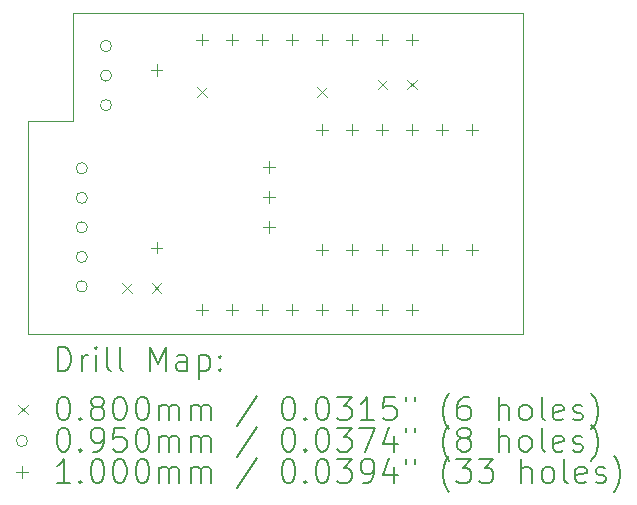
<source format=gbr>
%TF.GenerationSoftware,KiCad,Pcbnew,6.0.11-2627ca5db0~126~ubuntu22.04.1*%
%TF.CreationDate,2023-02-08T11:42:57+02:00*%
%TF.ProjectId,MHI-AC-CTRL,4d48492d-4143-42d4-9354-524c2e6b6963,v2.3*%
%TF.SameCoordinates,Original*%
%TF.FileFunction,Drillmap*%
%TF.FilePolarity,Positive*%
%FSLAX45Y45*%
G04 Gerber Fmt 4.5, Leading zero omitted, Abs format (unit mm)*
G04 Created by KiCad (PCBNEW 6.0.11-2627ca5db0~126~ubuntu22.04.1) date 2023-02-08 11:42:57*
%MOMM*%
%LPD*%
G01*
G04 APERTURE LIST*
%ADD10C,0.100000*%
%ADD11C,0.200000*%
%ADD12C,0.080000*%
%ADD13C,0.095000*%
G04 APERTURE END LIST*
D10*
X8305800Y-3708400D02*
X12115800Y-3708400D01*
X7924800Y-4622800D02*
X7924800Y-6426200D01*
X8305800Y-4622800D02*
X8305800Y-3708400D01*
X7924800Y-4622800D02*
X8305800Y-4622800D01*
X12115800Y-6426200D02*
X7924800Y-6426200D01*
X12115800Y-3708400D02*
X12115800Y-6426200D01*
D11*
D12*
X8723000Y-6000120D02*
X8803000Y-6080120D01*
X8803000Y-6000120D02*
X8723000Y-6080120D01*
X8973000Y-6000120D02*
X9053000Y-6080120D01*
X9053000Y-6000120D02*
X8973000Y-6080120D01*
X9358000Y-4341500D02*
X9438000Y-4421500D01*
X9438000Y-4341500D02*
X9358000Y-4421500D01*
X10374000Y-4341500D02*
X10454000Y-4421500D01*
X10454000Y-4341500D02*
X10374000Y-4421500D01*
X10886000Y-4278000D02*
X10966000Y-4358000D01*
X10966000Y-4278000D02*
X10886000Y-4358000D01*
X11136000Y-4278000D02*
X11216000Y-4358000D01*
X11216000Y-4278000D02*
X11136000Y-4358000D01*
D13*
X8426120Y-5027040D02*
G75*
G03*
X8426120Y-5027040I-47500J0D01*
G01*
X8426120Y-5277040D02*
G75*
G03*
X8426120Y-5277040I-47500J0D01*
G01*
X8426120Y-5527040D02*
G75*
G03*
X8426120Y-5527040I-47500J0D01*
G01*
X8426120Y-5777040D02*
G75*
G03*
X8426120Y-5777040I-47500J0D01*
G01*
X8426120Y-6027040D02*
G75*
G03*
X8426120Y-6027040I-47500J0D01*
G01*
X8631000Y-3991800D02*
G75*
G03*
X8631000Y-3991800I-47500J0D01*
G01*
X8631000Y-4241800D02*
G75*
G03*
X8631000Y-4241800I-47500J0D01*
G01*
X8631000Y-4491800D02*
G75*
G03*
X8631000Y-4491800I-47500J0D01*
G01*
D10*
X9011920Y-4147920D02*
X9011920Y-4247920D01*
X8961920Y-4197920D02*
X9061920Y-4197920D01*
X9011920Y-5647920D02*
X9011920Y-5747920D01*
X8961920Y-5697920D02*
X9061920Y-5697920D01*
X9398000Y-3887000D02*
X9398000Y-3987000D01*
X9348000Y-3937000D02*
X9448000Y-3937000D01*
X9398000Y-6173000D02*
X9398000Y-6273000D01*
X9348000Y-6223000D02*
X9448000Y-6223000D01*
X9652000Y-3887000D02*
X9652000Y-3987000D01*
X9602000Y-3937000D02*
X9702000Y-3937000D01*
X9652000Y-6173000D02*
X9652000Y-6273000D01*
X9602000Y-6223000D02*
X9702000Y-6223000D01*
X9906000Y-3887000D02*
X9906000Y-3987000D01*
X9856000Y-3937000D02*
X9956000Y-3937000D01*
X9906000Y-6173000D02*
X9906000Y-6273000D01*
X9856000Y-6223000D02*
X9956000Y-6223000D01*
X9966960Y-4969040D02*
X9966960Y-5069040D01*
X9916960Y-5019040D02*
X10016960Y-5019040D01*
X9966960Y-5223040D02*
X9966960Y-5323040D01*
X9916960Y-5273040D02*
X10016960Y-5273040D01*
X9966960Y-5477040D02*
X9966960Y-5577040D01*
X9916960Y-5527040D02*
X10016960Y-5527040D01*
X10160000Y-3887000D02*
X10160000Y-3987000D01*
X10110000Y-3937000D02*
X10210000Y-3937000D01*
X10160000Y-6173000D02*
X10160000Y-6273000D01*
X10110000Y-6223000D02*
X10210000Y-6223000D01*
X10414000Y-3887000D02*
X10414000Y-3987000D01*
X10364000Y-3937000D02*
X10464000Y-3937000D01*
X10414000Y-4649000D02*
X10414000Y-4749000D01*
X10364000Y-4699000D02*
X10464000Y-4699000D01*
X10414000Y-5665000D02*
X10414000Y-5765000D01*
X10364000Y-5715000D02*
X10464000Y-5715000D01*
X10414000Y-6173000D02*
X10414000Y-6273000D01*
X10364000Y-6223000D02*
X10464000Y-6223000D01*
X10668000Y-3887000D02*
X10668000Y-3987000D01*
X10618000Y-3937000D02*
X10718000Y-3937000D01*
X10668000Y-4649000D02*
X10668000Y-4749000D01*
X10618000Y-4699000D02*
X10718000Y-4699000D01*
X10668000Y-5665000D02*
X10668000Y-5765000D01*
X10618000Y-5715000D02*
X10718000Y-5715000D01*
X10668000Y-6173000D02*
X10668000Y-6273000D01*
X10618000Y-6223000D02*
X10718000Y-6223000D01*
X10922000Y-3887000D02*
X10922000Y-3987000D01*
X10872000Y-3937000D02*
X10972000Y-3937000D01*
X10922000Y-4649000D02*
X10922000Y-4749000D01*
X10872000Y-4699000D02*
X10972000Y-4699000D01*
X10922000Y-5665000D02*
X10922000Y-5765000D01*
X10872000Y-5715000D02*
X10972000Y-5715000D01*
X10922000Y-6173000D02*
X10922000Y-6273000D01*
X10872000Y-6223000D02*
X10972000Y-6223000D01*
X11176000Y-3887000D02*
X11176000Y-3987000D01*
X11126000Y-3937000D02*
X11226000Y-3937000D01*
X11176000Y-4649000D02*
X11176000Y-4749000D01*
X11126000Y-4699000D02*
X11226000Y-4699000D01*
X11176000Y-5665000D02*
X11176000Y-5765000D01*
X11126000Y-5715000D02*
X11226000Y-5715000D01*
X11176000Y-6173000D02*
X11176000Y-6273000D01*
X11126000Y-6223000D02*
X11226000Y-6223000D01*
X11430000Y-4649000D02*
X11430000Y-4749000D01*
X11380000Y-4699000D02*
X11480000Y-4699000D01*
X11430000Y-5665000D02*
X11430000Y-5765000D01*
X11380000Y-5715000D02*
X11480000Y-5715000D01*
X11684000Y-4649000D02*
X11684000Y-4749000D01*
X11634000Y-4699000D02*
X11734000Y-4699000D01*
X11684000Y-5665000D02*
X11684000Y-5765000D01*
X11634000Y-5715000D02*
X11734000Y-5715000D01*
D11*
X8177419Y-6741676D02*
X8177419Y-6541676D01*
X8225038Y-6541676D01*
X8253609Y-6551200D01*
X8272657Y-6570248D01*
X8282181Y-6589295D01*
X8291705Y-6627390D01*
X8291705Y-6655962D01*
X8282181Y-6694057D01*
X8272657Y-6713105D01*
X8253609Y-6732152D01*
X8225038Y-6741676D01*
X8177419Y-6741676D01*
X8377419Y-6741676D02*
X8377419Y-6608343D01*
X8377419Y-6646438D02*
X8386943Y-6627390D01*
X8396467Y-6617867D01*
X8415514Y-6608343D01*
X8434562Y-6608343D01*
X8501229Y-6741676D02*
X8501229Y-6608343D01*
X8501229Y-6541676D02*
X8491705Y-6551200D01*
X8501229Y-6560724D01*
X8510752Y-6551200D01*
X8501229Y-6541676D01*
X8501229Y-6560724D01*
X8625038Y-6741676D02*
X8605990Y-6732152D01*
X8596467Y-6713105D01*
X8596467Y-6541676D01*
X8729800Y-6741676D02*
X8710752Y-6732152D01*
X8701229Y-6713105D01*
X8701229Y-6541676D01*
X8958371Y-6741676D02*
X8958371Y-6541676D01*
X9025038Y-6684533D01*
X9091705Y-6541676D01*
X9091705Y-6741676D01*
X9272657Y-6741676D02*
X9272657Y-6636914D01*
X9263133Y-6617867D01*
X9244086Y-6608343D01*
X9205990Y-6608343D01*
X9186943Y-6617867D01*
X9272657Y-6732152D02*
X9253610Y-6741676D01*
X9205990Y-6741676D01*
X9186943Y-6732152D01*
X9177419Y-6713105D01*
X9177419Y-6694057D01*
X9186943Y-6675009D01*
X9205990Y-6665486D01*
X9253610Y-6665486D01*
X9272657Y-6655962D01*
X9367895Y-6608343D02*
X9367895Y-6808343D01*
X9367895Y-6617867D02*
X9386943Y-6608343D01*
X9425038Y-6608343D01*
X9444086Y-6617867D01*
X9453610Y-6627390D01*
X9463133Y-6646438D01*
X9463133Y-6703581D01*
X9453610Y-6722628D01*
X9444086Y-6732152D01*
X9425038Y-6741676D01*
X9386943Y-6741676D01*
X9367895Y-6732152D01*
X9548848Y-6722628D02*
X9558371Y-6732152D01*
X9548848Y-6741676D01*
X9539324Y-6732152D01*
X9548848Y-6722628D01*
X9548848Y-6741676D01*
X9548848Y-6617867D02*
X9558371Y-6627390D01*
X9548848Y-6636914D01*
X9539324Y-6627390D01*
X9548848Y-6617867D01*
X9548848Y-6636914D01*
D12*
X7839800Y-7031200D02*
X7919800Y-7111200D01*
X7919800Y-7031200D02*
X7839800Y-7111200D01*
D11*
X8215514Y-6961676D02*
X8234562Y-6961676D01*
X8253609Y-6971200D01*
X8263133Y-6980724D01*
X8272657Y-6999771D01*
X8282181Y-7037867D01*
X8282181Y-7085486D01*
X8272657Y-7123581D01*
X8263133Y-7142628D01*
X8253609Y-7152152D01*
X8234562Y-7161676D01*
X8215514Y-7161676D01*
X8196467Y-7152152D01*
X8186943Y-7142628D01*
X8177419Y-7123581D01*
X8167895Y-7085486D01*
X8167895Y-7037867D01*
X8177419Y-6999771D01*
X8186943Y-6980724D01*
X8196467Y-6971200D01*
X8215514Y-6961676D01*
X8367895Y-7142628D02*
X8377419Y-7152152D01*
X8367895Y-7161676D01*
X8358371Y-7152152D01*
X8367895Y-7142628D01*
X8367895Y-7161676D01*
X8491705Y-7047390D02*
X8472657Y-7037867D01*
X8463133Y-7028343D01*
X8453610Y-7009295D01*
X8453610Y-6999771D01*
X8463133Y-6980724D01*
X8472657Y-6971200D01*
X8491705Y-6961676D01*
X8529800Y-6961676D01*
X8548848Y-6971200D01*
X8558371Y-6980724D01*
X8567895Y-6999771D01*
X8567895Y-7009295D01*
X8558371Y-7028343D01*
X8548848Y-7037867D01*
X8529800Y-7047390D01*
X8491705Y-7047390D01*
X8472657Y-7056914D01*
X8463133Y-7066438D01*
X8453610Y-7085486D01*
X8453610Y-7123581D01*
X8463133Y-7142628D01*
X8472657Y-7152152D01*
X8491705Y-7161676D01*
X8529800Y-7161676D01*
X8548848Y-7152152D01*
X8558371Y-7142628D01*
X8567895Y-7123581D01*
X8567895Y-7085486D01*
X8558371Y-7066438D01*
X8548848Y-7056914D01*
X8529800Y-7047390D01*
X8691705Y-6961676D02*
X8710752Y-6961676D01*
X8729800Y-6971200D01*
X8739324Y-6980724D01*
X8748848Y-6999771D01*
X8758371Y-7037867D01*
X8758371Y-7085486D01*
X8748848Y-7123581D01*
X8739324Y-7142628D01*
X8729800Y-7152152D01*
X8710752Y-7161676D01*
X8691705Y-7161676D01*
X8672657Y-7152152D01*
X8663133Y-7142628D01*
X8653610Y-7123581D01*
X8644086Y-7085486D01*
X8644086Y-7037867D01*
X8653610Y-6999771D01*
X8663133Y-6980724D01*
X8672657Y-6971200D01*
X8691705Y-6961676D01*
X8882181Y-6961676D02*
X8901229Y-6961676D01*
X8920276Y-6971200D01*
X8929800Y-6980724D01*
X8939324Y-6999771D01*
X8948848Y-7037867D01*
X8948848Y-7085486D01*
X8939324Y-7123581D01*
X8929800Y-7142628D01*
X8920276Y-7152152D01*
X8901229Y-7161676D01*
X8882181Y-7161676D01*
X8863133Y-7152152D01*
X8853610Y-7142628D01*
X8844086Y-7123581D01*
X8834562Y-7085486D01*
X8834562Y-7037867D01*
X8844086Y-6999771D01*
X8853610Y-6980724D01*
X8863133Y-6971200D01*
X8882181Y-6961676D01*
X9034562Y-7161676D02*
X9034562Y-7028343D01*
X9034562Y-7047390D02*
X9044086Y-7037867D01*
X9063133Y-7028343D01*
X9091705Y-7028343D01*
X9110752Y-7037867D01*
X9120276Y-7056914D01*
X9120276Y-7161676D01*
X9120276Y-7056914D02*
X9129800Y-7037867D01*
X9148848Y-7028343D01*
X9177419Y-7028343D01*
X9196467Y-7037867D01*
X9205990Y-7056914D01*
X9205990Y-7161676D01*
X9301229Y-7161676D02*
X9301229Y-7028343D01*
X9301229Y-7047390D02*
X9310752Y-7037867D01*
X9329800Y-7028343D01*
X9358371Y-7028343D01*
X9377419Y-7037867D01*
X9386943Y-7056914D01*
X9386943Y-7161676D01*
X9386943Y-7056914D02*
X9396467Y-7037867D01*
X9415514Y-7028343D01*
X9444086Y-7028343D01*
X9463133Y-7037867D01*
X9472657Y-7056914D01*
X9472657Y-7161676D01*
X9863133Y-6952152D02*
X9691705Y-7209295D01*
X10120276Y-6961676D02*
X10139324Y-6961676D01*
X10158371Y-6971200D01*
X10167895Y-6980724D01*
X10177419Y-6999771D01*
X10186943Y-7037867D01*
X10186943Y-7085486D01*
X10177419Y-7123581D01*
X10167895Y-7142628D01*
X10158371Y-7152152D01*
X10139324Y-7161676D01*
X10120276Y-7161676D01*
X10101229Y-7152152D01*
X10091705Y-7142628D01*
X10082181Y-7123581D01*
X10072657Y-7085486D01*
X10072657Y-7037867D01*
X10082181Y-6999771D01*
X10091705Y-6980724D01*
X10101229Y-6971200D01*
X10120276Y-6961676D01*
X10272657Y-7142628D02*
X10282181Y-7152152D01*
X10272657Y-7161676D01*
X10263133Y-7152152D01*
X10272657Y-7142628D01*
X10272657Y-7161676D01*
X10405990Y-6961676D02*
X10425038Y-6961676D01*
X10444086Y-6971200D01*
X10453610Y-6980724D01*
X10463133Y-6999771D01*
X10472657Y-7037867D01*
X10472657Y-7085486D01*
X10463133Y-7123581D01*
X10453610Y-7142628D01*
X10444086Y-7152152D01*
X10425038Y-7161676D01*
X10405990Y-7161676D01*
X10386943Y-7152152D01*
X10377419Y-7142628D01*
X10367895Y-7123581D01*
X10358371Y-7085486D01*
X10358371Y-7037867D01*
X10367895Y-6999771D01*
X10377419Y-6980724D01*
X10386943Y-6971200D01*
X10405990Y-6961676D01*
X10539324Y-6961676D02*
X10663133Y-6961676D01*
X10596467Y-7037867D01*
X10625038Y-7037867D01*
X10644086Y-7047390D01*
X10653610Y-7056914D01*
X10663133Y-7075962D01*
X10663133Y-7123581D01*
X10653610Y-7142628D01*
X10644086Y-7152152D01*
X10625038Y-7161676D01*
X10567895Y-7161676D01*
X10548848Y-7152152D01*
X10539324Y-7142628D01*
X10853610Y-7161676D02*
X10739324Y-7161676D01*
X10796467Y-7161676D02*
X10796467Y-6961676D01*
X10777419Y-6990248D01*
X10758371Y-7009295D01*
X10739324Y-7018819D01*
X11034562Y-6961676D02*
X10939324Y-6961676D01*
X10929800Y-7056914D01*
X10939324Y-7047390D01*
X10958371Y-7037867D01*
X11005990Y-7037867D01*
X11025038Y-7047390D01*
X11034562Y-7056914D01*
X11044086Y-7075962D01*
X11044086Y-7123581D01*
X11034562Y-7142628D01*
X11025038Y-7152152D01*
X11005990Y-7161676D01*
X10958371Y-7161676D01*
X10939324Y-7152152D01*
X10929800Y-7142628D01*
X11120276Y-6961676D02*
X11120276Y-6999771D01*
X11196467Y-6961676D02*
X11196467Y-6999771D01*
X11491705Y-7237867D02*
X11482181Y-7228343D01*
X11463133Y-7199771D01*
X11453609Y-7180724D01*
X11444086Y-7152152D01*
X11434562Y-7104533D01*
X11434562Y-7066438D01*
X11444086Y-7018819D01*
X11453609Y-6990248D01*
X11463133Y-6971200D01*
X11482181Y-6942628D01*
X11491705Y-6933105D01*
X11653609Y-6961676D02*
X11615514Y-6961676D01*
X11596467Y-6971200D01*
X11586943Y-6980724D01*
X11567895Y-7009295D01*
X11558371Y-7047390D01*
X11558371Y-7123581D01*
X11567895Y-7142628D01*
X11577419Y-7152152D01*
X11596467Y-7161676D01*
X11634562Y-7161676D01*
X11653609Y-7152152D01*
X11663133Y-7142628D01*
X11672657Y-7123581D01*
X11672657Y-7075962D01*
X11663133Y-7056914D01*
X11653609Y-7047390D01*
X11634562Y-7037867D01*
X11596467Y-7037867D01*
X11577419Y-7047390D01*
X11567895Y-7056914D01*
X11558371Y-7075962D01*
X11910752Y-7161676D02*
X11910752Y-6961676D01*
X11996467Y-7161676D02*
X11996467Y-7056914D01*
X11986943Y-7037867D01*
X11967895Y-7028343D01*
X11939324Y-7028343D01*
X11920276Y-7037867D01*
X11910752Y-7047390D01*
X12120276Y-7161676D02*
X12101228Y-7152152D01*
X12091705Y-7142628D01*
X12082181Y-7123581D01*
X12082181Y-7066438D01*
X12091705Y-7047390D01*
X12101228Y-7037867D01*
X12120276Y-7028343D01*
X12148848Y-7028343D01*
X12167895Y-7037867D01*
X12177419Y-7047390D01*
X12186943Y-7066438D01*
X12186943Y-7123581D01*
X12177419Y-7142628D01*
X12167895Y-7152152D01*
X12148848Y-7161676D01*
X12120276Y-7161676D01*
X12301228Y-7161676D02*
X12282181Y-7152152D01*
X12272657Y-7133105D01*
X12272657Y-6961676D01*
X12453609Y-7152152D02*
X12434562Y-7161676D01*
X12396467Y-7161676D01*
X12377419Y-7152152D01*
X12367895Y-7133105D01*
X12367895Y-7056914D01*
X12377419Y-7037867D01*
X12396467Y-7028343D01*
X12434562Y-7028343D01*
X12453609Y-7037867D01*
X12463133Y-7056914D01*
X12463133Y-7075962D01*
X12367895Y-7095009D01*
X12539324Y-7152152D02*
X12558371Y-7161676D01*
X12596467Y-7161676D01*
X12615514Y-7152152D01*
X12625038Y-7133105D01*
X12625038Y-7123581D01*
X12615514Y-7104533D01*
X12596467Y-7095009D01*
X12567895Y-7095009D01*
X12548848Y-7085486D01*
X12539324Y-7066438D01*
X12539324Y-7056914D01*
X12548848Y-7037867D01*
X12567895Y-7028343D01*
X12596467Y-7028343D01*
X12615514Y-7037867D01*
X12691705Y-7237867D02*
X12701228Y-7228343D01*
X12720276Y-7199771D01*
X12729800Y-7180724D01*
X12739324Y-7152152D01*
X12748848Y-7104533D01*
X12748848Y-7066438D01*
X12739324Y-7018819D01*
X12729800Y-6990248D01*
X12720276Y-6971200D01*
X12701228Y-6942628D01*
X12691705Y-6933105D01*
D13*
X7919800Y-7335200D02*
G75*
G03*
X7919800Y-7335200I-47500J0D01*
G01*
D11*
X8215514Y-7225676D02*
X8234562Y-7225676D01*
X8253609Y-7235200D01*
X8263133Y-7244724D01*
X8272657Y-7263771D01*
X8282181Y-7301867D01*
X8282181Y-7349486D01*
X8272657Y-7387581D01*
X8263133Y-7406628D01*
X8253609Y-7416152D01*
X8234562Y-7425676D01*
X8215514Y-7425676D01*
X8196467Y-7416152D01*
X8186943Y-7406628D01*
X8177419Y-7387581D01*
X8167895Y-7349486D01*
X8167895Y-7301867D01*
X8177419Y-7263771D01*
X8186943Y-7244724D01*
X8196467Y-7235200D01*
X8215514Y-7225676D01*
X8367895Y-7406628D02*
X8377419Y-7416152D01*
X8367895Y-7425676D01*
X8358371Y-7416152D01*
X8367895Y-7406628D01*
X8367895Y-7425676D01*
X8472657Y-7425676D02*
X8510752Y-7425676D01*
X8529800Y-7416152D01*
X8539324Y-7406628D01*
X8558371Y-7378057D01*
X8567895Y-7339962D01*
X8567895Y-7263771D01*
X8558371Y-7244724D01*
X8548848Y-7235200D01*
X8529800Y-7225676D01*
X8491705Y-7225676D01*
X8472657Y-7235200D01*
X8463133Y-7244724D01*
X8453610Y-7263771D01*
X8453610Y-7311390D01*
X8463133Y-7330438D01*
X8472657Y-7339962D01*
X8491705Y-7349486D01*
X8529800Y-7349486D01*
X8548848Y-7339962D01*
X8558371Y-7330438D01*
X8567895Y-7311390D01*
X8748848Y-7225676D02*
X8653610Y-7225676D01*
X8644086Y-7320914D01*
X8653610Y-7311390D01*
X8672657Y-7301867D01*
X8720276Y-7301867D01*
X8739324Y-7311390D01*
X8748848Y-7320914D01*
X8758371Y-7339962D01*
X8758371Y-7387581D01*
X8748848Y-7406628D01*
X8739324Y-7416152D01*
X8720276Y-7425676D01*
X8672657Y-7425676D01*
X8653610Y-7416152D01*
X8644086Y-7406628D01*
X8882181Y-7225676D02*
X8901229Y-7225676D01*
X8920276Y-7235200D01*
X8929800Y-7244724D01*
X8939324Y-7263771D01*
X8948848Y-7301867D01*
X8948848Y-7349486D01*
X8939324Y-7387581D01*
X8929800Y-7406628D01*
X8920276Y-7416152D01*
X8901229Y-7425676D01*
X8882181Y-7425676D01*
X8863133Y-7416152D01*
X8853610Y-7406628D01*
X8844086Y-7387581D01*
X8834562Y-7349486D01*
X8834562Y-7301867D01*
X8844086Y-7263771D01*
X8853610Y-7244724D01*
X8863133Y-7235200D01*
X8882181Y-7225676D01*
X9034562Y-7425676D02*
X9034562Y-7292343D01*
X9034562Y-7311390D02*
X9044086Y-7301867D01*
X9063133Y-7292343D01*
X9091705Y-7292343D01*
X9110752Y-7301867D01*
X9120276Y-7320914D01*
X9120276Y-7425676D01*
X9120276Y-7320914D02*
X9129800Y-7301867D01*
X9148848Y-7292343D01*
X9177419Y-7292343D01*
X9196467Y-7301867D01*
X9205990Y-7320914D01*
X9205990Y-7425676D01*
X9301229Y-7425676D02*
X9301229Y-7292343D01*
X9301229Y-7311390D02*
X9310752Y-7301867D01*
X9329800Y-7292343D01*
X9358371Y-7292343D01*
X9377419Y-7301867D01*
X9386943Y-7320914D01*
X9386943Y-7425676D01*
X9386943Y-7320914D02*
X9396467Y-7301867D01*
X9415514Y-7292343D01*
X9444086Y-7292343D01*
X9463133Y-7301867D01*
X9472657Y-7320914D01*
X9472657Y-7425676D01*
X9863133Y-7216152D02*
X9691705Y-7473295D01*
X10120276Y-7225676D02*
X10139324Y-7225676D01*
X10158371Y-7235200D01*
X10167895Y-7244724D01*
X10177419Y-7263771D01*
X10186943Y-7301867D01*
X10186943Y-7349486D01*
X10177419Y-7387581D01*
X10167895Y-7406628D01*
X10158371Y-7416152D01*
X10139324Y-7425676D01*
X10120276Y-7425676D01*
X10101229Y-7416152D01*
X10091705Y-7406628D01*
X10082181Y-7387581D01*
X10072657Y-7349486D01*
X10072657Y-7301867D01*
X10082181Y-7263771D01*
X10091705Y-7244724D01*
X10101229Y-7235200D01*
X10120276Y-7225676D01*
X10272657Y-7406628D02*
X10282181Y-7416152D01*
X10272657Y-7425676D01*
X10263133Y-7416152D01*
X10272657Y-7406628D01*
X10272657Y-7425676D01*
X10405990Y-7225676D02*
X10425038Y-7225676D01*
X10444086Y-7235200D01*
X10453610Y-7244724D01*
X10463133Y-7263771D01*
X10472657Y-7301867D01*
X10472657Y-7349486D01*
X10463133Y-7387581D01*
X10453610Y-7406628D01*
X10444086Y-7416152D01*
X10425038Y-7425676D01*
X10405990Y-7425676D01*
X10386943Y-7416152D01*
X10377419Y-7406628D01*
X10367895Y-7387581D01*
X10358371Y-7349486D01*
X10358371Y-7301867D01*
X10367895Y-7263771D01*
X10377419Y-7244724D01*
X10386943Y-7235200D01*
X10405990Y-7225676D01*
X10539324Y-7225676D02*
X10663133Y-7225676D01*
X10596467Y-7301867D01*
X10625038Y-7301867D01*
X10644086Y-7311390D01*
X10653610Y-7320914D01*
X10663133Y-7339962D01*
X10663133Y-7387581D01*
X10653610Y-7406628D01*
X10644086Y-7416152D01*
X10625038Y-7425676D01*
X10567895Y-7425676D01*
X10548848Y-7416152D01*
X10539324Y-7406628D01*
X10729800Y-7225676D02*
X10863133Y-7225676D01*
X10777419Y-7425676D01*
X11025038Y-7292343D02*
X11025038Y-7425676D01*
X10977419Y-7216152D02*
X10929800Y-7359009D01*
X11053610Y-7359009D01*
X11120276Y-7225676D02*
X11120276Y-7263771D01*
X11196467Y-7225676D02*
X11196467Y-7263771D01*
X11491705Y-7501867D02*
X11482181Y-7492343D01*
X11463133Y-7463771D01*
X11453609Y-7444724D01*
X11444086Y-7416152D01*
X11434562Y-7368533D01*
X11434562Y-7330438D01*
X11444086Y-7282819D01*
X11453609Y-7254248D01*
X11463133Y-7235200D01*
X11482181Y-7206628D01*
X11491705Y-7197105D01*
X11596467Y-7311390D02*
X11577419Y-7301867D01*
X11567895Y-7292343D01*
X11558371Y-7273295D01*
X11558371Y-7263771D01*
X11567895Y-7244724D01*
X11577419Y-7235200D01*
X11596467Y-7225676D01*
X11634562Y-7225676D01*
X11653609Y-7235200D01*
X11663133Y-7244724D01*
X11672657Y-7263771D01*
X11672657Y-7273295D01*
X11663133Y-7292343D01*
X11653609Y-7301867D01*
X11634562Y-7311390D01*
X11596467Y-7311390D01*
X11577419Y-7320914D01*
X11567895Y-7330438D01*
X11558371Y-7349486D01*
X11558371Y-7387581D01*
X11567895Y-7406628D01*
X11577419Y-7416152D01*
X11596467Y-7425676D01*
X11634562Y-7425676D01*
X11653609Y-7416152D01*
X11663133Y-7406628D01*
X11672657Y-7387581D01*
X11672657Y-7349486D01*
X11663133Y-7330438D01*
X11653609Y-7320914D01*
X11634562Y-7311390D01*
X11910752Y-7425676D02*
X11910752Y-7225676D01*
X11996467Y-7425676D02*
X11996467Y-7320914D01*
X11986943Y-7301867D01*
X11967895Y-7292343D01*
X11939324Y-7292343D01*
X11920276Y-7301867D01*
X11910752Y-7311390D01*
X12120276Y-7425676D02*
X12101228Y-7416152D01*
X12091705Y-7406628D01*
X12082181Y-7387581D01*
X12082181Y-7330438D01*
X12091705Y-7311390D01*
X12101228Y-7301867D01*
X12120276Y-7292343D01*
X12148848Y-7292343D01*
X12167895Y-7301867D01*
X12177419Y-7311390D01*
X12186943Y-7330438D01*
X12186943Y-7387581D01*
X12177419Y-7406628D01*
X12167895Y-7416152D01*
X12148848Y-7425676D01*
X12120276Y-7425676D01*
X12301228Y-7425676D02*
X12282181Y-7416152D01*
X12272657Y-7397105D01*
X12272657Y-7225676D01*
X12453609Y-7416152D02*
X12434562Y-7425676D01*
X12396467Y-7425676D01*
X12377419Y-7416152D01*
X12367895Y-7397105D01*
X12367895Y-7320914D01*
X12377419Y-7301867D01*
X12396467Y-7292343D01*
X12434562Y-7292343D01*
X12453609Y-7301867D01*
X12463133Y-7320914D01*
X12463133Y-7339962D01*
X12367895Y-7359009D01*
X12539324Y-7416152D02*
X12558371Y-7425676D01*
X12596467Y-7425676D01*
X12615514Y-7416152D01*
X12625038Y-7397105D01*
X12625038Y-7387581D01*
X12615514Y-7368533D01*
X12596467Y-7359009D01*
X12567895Y-7359009D01*
X12548848Y-7349486D01*
X12539324Y-7330438D01*
X12539324Y-7320914D01*
X12548848Y-7301867D01*
X12567895Y-7292343D01*
X12596467Y-7292343D01*
X12615514Y-7301867D01*
X12691705Y-7501867D02*
X12701228Y-7492343D01*
X12720276Y-7463771D01*
X12729800Y-7444724D01*
X12739324Y-7416152D01*
X12748848Y-7368533D01*
X12748848Y-7330438D01*
X12739324Y-7282819D01*
X12729800Y-7254248D01*
X12720276Y-7235200D01*
X12701228Y-7206628D01*
X12691705Y-7197105D01*
D10*
X7869800Y-7549200D02*
X7869800Y-7649200D01*
X7819800Y-7599200D02*
X7919800Y-7599200D01*
D11*
X8282181Y-7689676D02*
X8167895Y-7689676D01*
X8225038Y-7689676D02*
X8225038Y-7489676D01*
X8205990Y-7518248D01*
X8186943Y-7537295D01*
X8167895Y-7546819D01*
X8367895Y-7670628D02*
X8377419Y-7680152D01*
X8367895Y-7689676D01*
X8358371Y-7680152D01*
X8367895Y-7670628D01*
X8367895Y-7689676D01*
X8501229Y-7489676D02*
X8520276Y-7489676D01*
X8539324Y-7499200D01*
X8548848Y-7508724D01*
X8558371Y-7527771D01*
X8567895Y-7565867D01*
X8567895Y-7613486D01*
X8558371Y-7651581D01*
X8548848Y-7670628D01*
X8539324Y-7680152D01*
X8520276Y-7689676D01*
X8501229Y-7689676D01*
X8482181Y-7680152D01*
X8472657Y-7670628D01*
X8463133Y-7651581D01*
X8453610Y-7613486D01*
X8453610Y-7565867D01*
X8463133Y-7527771D01*
X8472657Y-7508724D01*
X8482181Y-7499200D01*
X8501229Y-7489676D01*
X8691705Y-7489676D02*
X8710752Y-7489676D01*
X8729800Y-7499200D01*
X8739324Y-7508724D01*
X8748848Y-7527771D01*
X8758371Y-7565867D01*
X8758371Y-7613486D01*
X8748848Y-7651581D01*
X8739324Y-7670628D01*
X8729800Y-7680152D01*
X8710752Y-7689676D01*
X8691705Y-7689676D01*
X8672657Y-7680152D01*
X8663133Y-7670628D01*
X8653610Y-7651581D01*
X8644086Y-7613486D01*
X8644086Y-7565867D01*
X8653610Y-7527771D01*
X8663133Y-7508724D01*
X8672657Y-7499200D01*
X8691705Y-7489676D01*
X8882181Y-7489676D02*
X8901229Y-7489676D01*
X8920276Y-7499200D01*
X8929800Y-7508724D01*
X8939324Y-7527771D01*
X8948848Y-7565867D01*
X8948848Y-7613486D01*
X8939324Y-7651581D01*
X8929800Y-7670628D01*
X8920276Y-7680152D01*
X8901229Y-7689676D01*
X8882181Y-7689676D01*
X8863133Y-7680152D01*
X8853610Y-7670628D01*
X8844086Y-7651581D01*
X8834562Y-7613486D01*
X8834562Y-7565867D01*
X8844086Y-7527771D01*
X8853610Y-7508724D01*
X8863133Y-7499200D01*
X8882181Y-7489676D01*
X9034562Y-7689676D02*
X9034562Y-7556343D01*
X9034562Y-7575390D02*
X9044086Y-7565867D01*
X9063133Y-7556343D01*
X9091705Y-7556343D01*
X9110752Y-7565867D01*
X9120276Y-7584914D01*
X9120276Y-7689676D01*
X9120276Y-7584914D02*
X9129800Y-7565867D01*
X9148848Y-7556343D01*
X9177419Y-7556343D01*
X9196467Y-7565867D01*
X9205990Y-7584914D01*
X9205990Y-7689676D01*
X9301229Y-7689676D02*
X9301229Y-7556343D01*
X9301229Y-7575390D02*
X9310752Y-7565867D01*
X9329800Y-7556343D01*
X9358371Y-7556343D01*
X9377419Y-7565867D01*
X9386943Y-7584914D01*
X9386943Y-7689676D01*
X9386943Y-7584914D02*
X9396467Y-7565867D01*
X9415514Y-7556343D01*
X9444086Y-7556343D01*
X9463133Y-7565867D01*
X9472657Y-7584914D01*
X9472657Y-7689676D01*
X9863133Y-7480152D02*
X9691705Y-7737295D01*
X10120276Y-7489676D02*
X10139324Y-7489676D01*
X10158371Y-7499200D01*
X10167895Y-7508724D01*
X10177419Y-7527771D01*
X10186943Y-7565867D01*
X10186943Y-7613486D01*
X10177419Y-7651581D01*
X10167895Y-7670628D01*
X10158371Y-7680152D01*
X10139324Y-7689676D01*
X10120276Y-7689676D01*
X10101229Y-7680152D01*
X10091705Y-7670628D01*
X10082181Y-7651581D01*
X10072657Y-7613486D01*
X10072657Y-7565867D01*
X10082181Y-7527771D01*
X10091705Y-7508724D01*
X10101229Y-7499200D01*
X10120276Y-7489676D01*
X10272657Y-7670628D02*
X10282181Y-7680152D01*
X10272657Y-7689676D01*
X10263133Y-7680152D01*
X10272657Y-7670628D01*
X10272657Y-7689676D01*
X10405990Y-7489676D02*
X10425038Y-7489676D01*
X10444086Y-7499200D01*
X10453610Y-7508724D01*
X10463133Y-7527771D01*
X10472657Y-7565867D01*
X10472657Y-7613486D01*
X10463133Y-7651581D01*
X10453610Y-7670628D01*
X10444086Y-7680152D01*
X10425038Y-7689676D01*
X10405990Y-7689676D01*
X10386943Y-7680152D01*
X10377419Y-7670628D01*
X10367895Y-7651581D01*
X10358371Y-7613486D01*
X10358371Y-7565867D01*
X10367895Y-7527771D01*
X10377419Y-7508724D01*
X10386943Y-7499200D01*
X10405990Y-7489676D01*
X10539324Y-7489676D02*
X10663133Y-7489676D01*
X10596467Y-7565867D01*
X10625038Y-7565867D01*
X10644086Y-7575390D01*
X10653610Y-7584914D01*
X10663133Y-7603962D01*
X10663133Y-7651581D01*
X10653610Y-7670628D01*
X10644086Y-7680152D01*
X10625038Y-7689676D01*
X10567895Y-7689676D01*
X10548848Y-7680152D01*
X10539324Y-7670628D01*
X10758371Y-7689676D02*
X10796467Y-7689676D01*
X10815514Y-7680152D01*
X10825038Y-7670628D01*
X10844086Y-7642057D01*
X10853610Y-7603962D01*
X10853610Y-7527771D01*
X10844086Y-7508724D01*
X10834562Y-7499200D01*
X10815514Y-7489676D01*
X10777419Y-7489676D01*
X10758371Y-7499200D01*
X10748848Y-7508724D01*
X10739324Y-7527771D01*
X10739324Y-7575390D01*
X10748848Y-7594438D01*
X10758371Y-7603962D01*
X10777419Y-7613486D01*
X10815514Y-7613486D01*
X10834562Y-7603962D01*
X10844086Y-7594438D01*
X10853610Y-7575390D01*
X11025038Y-7556343D02*
X11025038Y-7689676D01*
X10977419Y-7480152D02*
X10929800Y-7623009D01*
X11053610Y-7623009D01*
X11120276Y-7489676D02*
X11120276Y-7527771D01*
X11196467Y-7489676D02*
X11196467Y-7527771D01*
X11491705Y-7765867D02*
X11482181Y-7756343D01*
X11463133Y-7727771D01*
X11453609Y-7708724D01*
X11444086Y-7680152D01*
X11434562Y-7632533D01*
X11434562Y-7594438D01*
X11444086Y-7546819D01*
X11453609Y-7518248D01*
X11463133Y-7499200D01*
X11482181Y-7470628D01*
X11491705Y-7461105D01*
X11548848Y-7489676D02*
X11672657Y-7489676D01*
X11605990Y-7565867D01*
X11634562Y-7565867D01*
X11653609Y-7575390D01*
X11663133Y-7584914D01*
X11672657Y-7603962D01*
X11672657Y-7651581D01*
X11663133Y-7670628D01*
X11653609Y-7680152D01*
X11634562Y-7689676D01*
X11577419Y-7689676D01*
X11558371Y-7680152D01*
X11548848Y-7670628D01*
X11739324Y-7489676D02*
X11863133Y-7489676D01*
X11796467Y-7565867D01*
X11825038Y-7565867D01*
X11844086Y-7575390D01*
X11853609Y-7584914D01*
X11863133Y-7603962D01*
X11863133Y-7651581D01*
X11853609Y-7670628D01*
X11844086Y-7680152D01*
X11825038Y-7689676D01*
X11767895Y-7689676D01*
X11748848Y-7680152D01*
X11739324Y-7670628D01*
X12101228Y-7689676D02*
X12101228Y-7489676D01*
X12186943Y-7689676D02*
X12186943Y-7584914D01*
X12177419Y-7565867D01*
X12158371Y-7556343D01*
X12129800Y-7556343D01*
X12110752Y-7565867D01*
X12101228Y-7575390D01*
X12310752Y-7689676D02*
X12291705Y-7680152D01*
X12282181Y-7670628D01*
X12272657Y-7651581D01*
X12272657Y-7594438D01*
X12282181Y-7575390D01*
X12291705Y-7565867D01*
X12310752Y-7556343D01*
X12339324Y-7556343D01*
X12358371Y-7565867D01*
X12367895Y-7575390D01*
X12377419Y-7594438D01*
X12377419Y-7651581D01*
X12367895Y-7670628D01*
X12358371Y-7680152D01*
X12339324Y-7689676D01*
X12310752Y-7689676D01*
X12491705Y-7689676D02*
X12472657Y-7680152D01*
X12463133Y-7661105D01*
X12463133Y-7489676D01*
X12644086Y-7680152D02*
X12625038Y-7689676D01*
X12586943Y-7689676D01*
X12567895Y-7680152D01*
X12558371Y-7661105D01*
X12558371Y-7584914D01*
X12567895Y-7565867D01*
X12586943Y-7556343D01*
X12625038Y-7556343D01*
X12644086Y-7565867D01*
X12653609Y-7584914D01*
X12653609Y-7603962D01*
X12558371Y-7623009D01*
X12729800Y-7680152D02*
X12748848Y-7689676D01*
X12786943Y-7689676D01*
X12805990Y-7680152D01*
X12815514Y-7661105D01*
X12815514Y-7651581D01*
X12805990Y-7632533D01*
X12786943Y-7623009D01*
X12758371Y-7623009D01*
X12739324Y-7613486D01*
X12729800Y-7594438D01*
X12729800Y-7584914D01*
X12739324Y-7565867D01*
X12758371Y-7556343D01*
X12786943Y-7556343D01*
X12805990Y-7565867D01*
X12882181Y-7765867D02*
X12891705Y-7756343D01*
X12910752Y-7727771D01*
X12920276Y-7708724D01*
X12929800Y-7680152D01*
X12939324Y-7632533D01*
X12939324Y-7594438D01*
X12929800Y-7546819D01*
X12920276Y-7518248D01*
X12910752Y-7499200D01*
X12891705Y-7470628D01*
X12882181Y-7461105D01*
M02*

</source>
